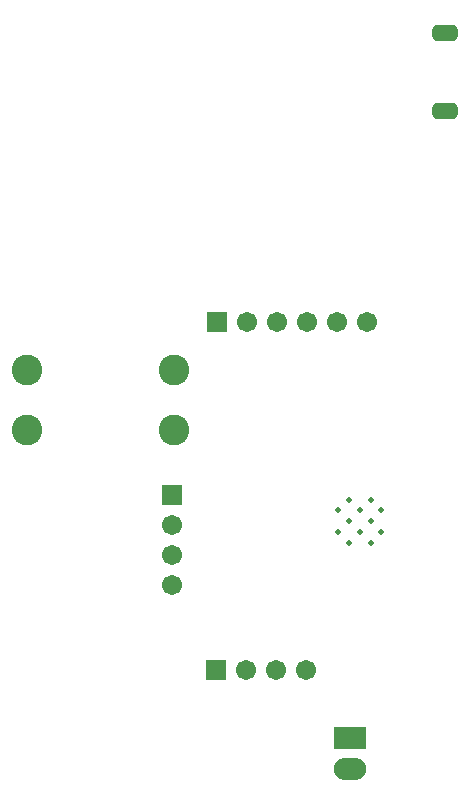
<source format=gbr>
%TF.GenerationSoftware,Altium Limited,Altium Designer,25.7.1 (20)*%
G04 Layer_Color=8388736*
%FSLAX45Y45*%
%MOMM*%
%TF.SameCoordinates,6DC23F8A-9C4A-45C2-95F2-439E2FAEE1B8*%
%TF.FilePolarity,Negative*%
%TF.FileFunction,Soldermask,Top*%
%TF.Part,Single*%
G01*
G75*
%TA.AperFunction,ComponentPad*%
%ADD57R,2.74320X1.85420*%
%ADD58O,2.74320X1.85420*%
%ADD59C,1.70320*%
%ADD60R,1.70320X1.70320*%
%ADD61R,1.70320X1.70320*%
G04:AMPARAMS|DCode=62|XSize=2.2032mm|YSize=1.4032mm|CornerRadius=0.4616mm|HoleSize=0mm|Usage=FLASHONLY|Rotation=180.000|XOffset=0mm|YOffset=0mm|HoleType=Round|Shape=RoundedRectangle|*
%AMROUNDEDRECTD62*
21,1,2.20320,0.48000,0,0,180.0*
21,1,1.28000,1.40320,0,0,180.0*
1,1,0.92320,-0.64000,0.24000*
1,1,0.92320,0.64000,0.24000*
1,1,0.92320,0.64000,-0.24000*
1,1,0.92320,-0.64000,-0.24000*
%
%ADD62ROUNDEDRECTD62*%
%ADD63C,0.50320*%
%ADD64C,2.60320*%
D57*
X16820341Y4572000D02*
D03*
D58*
Y4305300D02*
D03*
D59*
X15316200Y6375400D02*
D03*
Y6121400D02*
D03*
Y5867400D02*
D03*
X16192500Y5143500D02*
D03*
X16446500D02*
D03*
X15938499D02*
D03*
X15951199Y8089900D02*
D03*
X16205200D02*
D03*
X16459200D02*
D03*
X16713200D02*
D03*
X16967200D02*
D03*
D60*
X15316200Y6629400D02*
D03*
D61*
X15684500Y5143500D02*
D03*
X15697200Y8089900D02*
D03*
D62*
X17627600Y9880798D02*
D03*
Y10540802D02*
D03*
D63*
X16719499Y6495049D02*
D03*
Y6311549D02*
D03*
X16811249Y6586799D02*
D03*
Y6403299D02*
D03*
Y6219800D02*
D03*
X16902998Y6495049D02*
D03*
Y6311549D02*
D03*
X16994749Y6586799D02*
D03*
Y6403299D02*
D03*
Y6219800D02*
D03*
X17086499Y6495049D02*
D03*
Y6311549D02*
D03*
D64*
X14081599Y7179501D02*
D03*
X15331599D02*
D03*
Y7679500D02*
D03*
X14081599D02*
D03*
%TF.MD5,0b026aecef706c0bf6610434f6b44847*%
M02*

</source>
